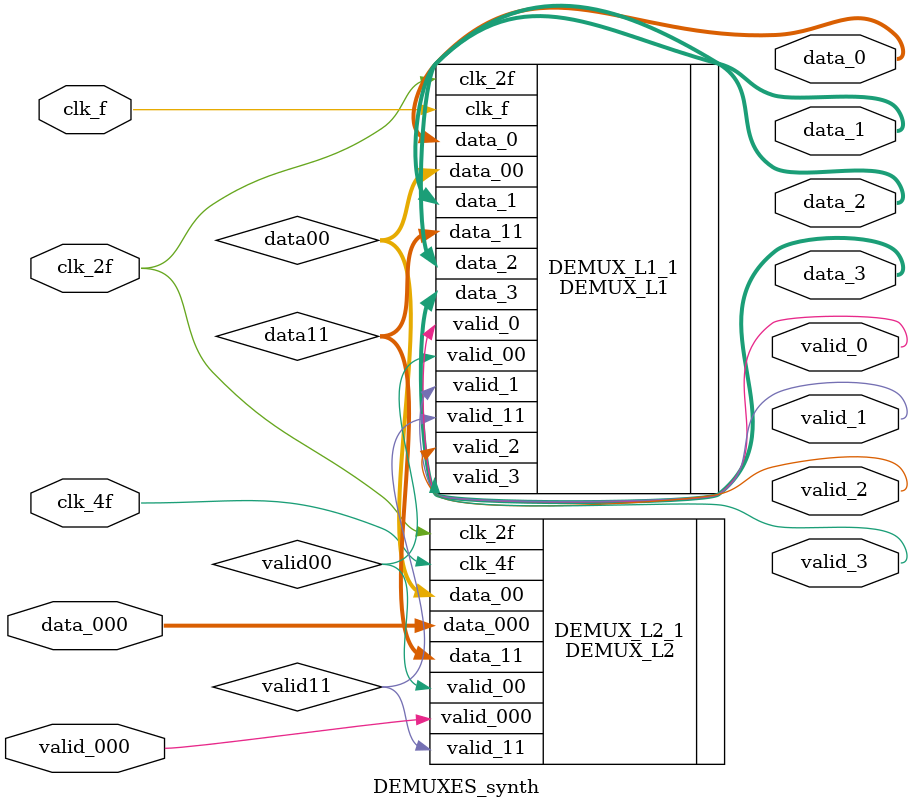
<source format=v>
/* Generated by Yosys 0.9 (git sha1 1979e0b) */

(* top =  1  *)
(* src = "DEMUXES.v:4" *)
module DEMUXES_synth(data_0, data_1, data_2, data_3, valid_0, valid_1, valid_2, valid_3, clk_f, clk_2f, clk_4f, data_000, valid_000);
  (* src = "DEMUXES.v:14" *)
  input clk_2f;
  (* src = "DEMUXES.v:15" *)
  input clk_4f;
  (* src = "DEMUXES.v:13" *)
  input clk_f;
  (* src = "DEMUXES.v:21" *)
  wire [7:0] data00;
  (* src = "DEMUXES.v:21" *)
  wire [7:0] data11;
  (* src = "DEMUXES.v:5" *)
  output [7:0] data_0;
  (* src = "DEMUXES.v:17" *)
  input [7:0] data_000;
  (* src = "DEMUXES.v:6" *)
  output [7:0] data_1;
  (* src = "DEMUXES.v:7" *)
  output [7:0] data_2;
  (* src = "DEMUXES.v:8" *)
  output [7:0] data_3;
  (* src = "DEMUXES.v:22" *)
  wire valid00;
  (* src = "DEMUXES.v:22" *)
  wire valid11;
  (* src = "DEMUXES.v:9" *)
  output valid_0;
  (* src = "DEMUXES.v:18" *)
  input valid_000;
  (* src = "DEMUXES.v:10" *)
  output valid_1;
  (* src = "DEMUXES.v:11" *)
  output valid_2;
  (* src = "DEMUXES.v:12" *)
  output valid_3;
  (* module_not_derived = 32'd1 *)
  (* src = "DEMUXES.v:38" *)
  DEMUX_L1 DEMUX_L1_1 (
    .clk_2f(clk_2f),
    .clk_f(clk_f),
    .data_0(data_0),
    .data_00(data00),
    .data_1(data_1),
    .data_11(data11),
    .data_2(data_2),
    .data_3(data_3),
    .valid_0(valid_0),
    .valid_00(valid00),
    .valid_1(valid_1),
    .valid_11(valid11),
    .valid_2(valid_2),
    .valid_3(valid_3)
  );
  (* module_not_derived = 32'd1 *)
  (* src = "DEMUXES.v:25" *)
  DEMUX_L2 DEMUX_L2_1 (
    .clk_2f(clk_2f),
    .clk_4f(clk_4f),
    .data_00(data00),
    .data_000(data_000),
    .data_11(data11),
    .valid_00(valid00),
    .valid_000(valid_000),
    .valid_11(valid11)
  );
endmodule

(* src = "DEMUX_L1.v:1" *)
module DEMUX1_L1_synth(data_00, data_11, valid_00, valid_11, clk_f, clk_2f, data_0, data_1, data_2, data_3, valid_0, valid_1, valid_2, valid_3);
  (* src = "DEMUX_L1.v:29" *)
  wire [7:0] _000_;
  (* src = "DEMUX_L1.v:52" *)
  wire [7:0] _001_;
  (* src = "DEMUX_L1.v:75" *)
  wire [7:0] _002_;
  (* src = "DEMUX_L1.v:75" *)
  wire [7:0] _003_;
  (* src = "DEMUX_L1.v:75" *)
  wire [7:0] _004_;
  (* src = "DEMUX_L1.v:75" *)
  wire [7:0] _005_;
  (* src = "DEMUX_L1.v:29" *)
  wire [7:0] _006_;
  (* src = "DEMUX_L1.v:52" *)
  wire [7:0] _007_;
  wire _008_;
  wire _009_;
  wire _010_;
  wire _011_;
  wire _012_;
  wire _013_;
  wire _014_;
  wire _015_;
  wire _016_;
  wire _017_;
  wire _018_;
  wire _019_;
  wire _020_;
  wire _021_;
  wire _022_;
  wire _023_;
  wire _024_;
  wire _025_;
  wire _026_;
  wire _027_;
  wire _028_;
  wire _029_;
  wire _030_;
  wire _031_;
  wire _032_;
  wire _033_;
  wire _034_;
  wire _035_;
  wire _036_;
  wire _037_;
  wire _038_;
  wire _039_;
  wire _040_;
  wire _041_;
  wire _042_;
  wire _043_;
  wire _044_;
  wire _045_;
  wire _046_;
  wire _047_;
  wire _048_;
  wire _049_;
  wire _050_;
  wire _051_;
  wire _052_;
  wire _053_;
  wire _054_;
  wire _055_;
  wire _056_;
  wire _057_;
  wire _058_;
  wire _059_;
  wire _060_;
  wire _061_;
  wire _062_;
  wire _063_;
  wire _064_;
  wire _065_;
  wire _066_;
  wire _067_;
  wire _068_;
  wire _069_;
  wire _070_;
  wire _071_;
  wire _072_;
  wire _073_;
  wire _074_;
  wire _075_;
  wire _076_;
  wire _077_;
  wire _078_;
  wire _079_;
  wire _080_;
  wire _081_;
  wire _082_;
  wire _083_;
  wire _084_;
  wire _085_;
  wire _086_;
  wire _087_;
  wire _088_;
  wire _089_;
  wire _090_;
  wire _091_;
  wire _092_;
  wire _093_;
  wire _094_;
  wire _095_;
  wire _096_;
  wire _097_;
  wire _098_;
  wire _099_;
  wire _100_;
  wire _101_;
  wire _102_;
  wire _103_;
  wire _104_;
  wire _105_;
  wire _106_;
  wire _107_;
  wire _108_;
  wire _109_;
  wire _110_;
  wire _111_;
  wire _112_;
  wire _113_;
  wire _114_;
  wire _115_;
  wire _116_;
  wire _117_;
  wire _118_;
  wire _119_;
  wire _120_;
  wire _121_;
  wire _122_;
  wire _123_;
  wire _124_;
  wire _125_;
  wire _126_;
  wire _127_;
  wire _128_;
  wire _129_;
  wire _130_;
  wire _131_;
  wire _132_;
  wire _133_;
  wire _134_;
  wire _135_;
  wire _136_;
  wire _137_;
  wire _138_;
  wire _139_;
  wire _140_;
  wire _141_;
  wire _142_;
  wire _143_;
  wire _144_;
  wire _145_;
  wire _146_;
  wire _147_;
  wire _148_;
  wire _149_;
  wire _150_;
  wire _151_;
  wire _152_;
  wire _153_;
  wire _154_;
  wire _155_;
  wire _156_;
  wire _157_;
  wire _158_;
  wire _159_;
  (* src = "DEMUX_L1.v:19" *)
  wire [7:0] c;
  (* src = "DEMUX_L1.v:7" *)
  input clk_2f;
  (* src = "DEMUX_L1.v:6" *)
  input clk_f;
  (* src = "DEMUX_L1.v:20" *)
  wire [7:0] d;
  (* src = "DEMUX_L1.v:8" *)
  output [7:0] data_0;
  (* src = "DEMUX_L1.v:2" *)
  input [7:0] data_00;
  (* src = "DEMUX_L1.v:9" *)
  output [7:0] data_1;
  (* src = "DEMUX_L1.v:3" *)
  input [7:0] data_11;
  (* src = "DEMUX_L1.v:10" *)
  output [7:0] data_2;
  (* src = "DEMUX_L1.v:11" *)
  output [7:0] data_3;
  (* src = "DEMUX_L1.v:21" *)
  wire [7:0] e;
  (* src = "DEMUX_L1.v:22" *)
  wire [7:0] f;
  (* src = "DEMUX_L1.v:12" *)
  output valid_0;
  (* src = "DEMUX_L1.v:4" *)
  input valid_00;
  (* src = "DEMUX_L1.v:13" *)
  output valid_1;
  (* src = "DEMUX_L1.v:5" *)
  input valid_11;
  (* src = "DEMUX_L1.v:14" *)
  output valid_2;
  (* src = "DEMUX_L1.v:15" *)
  output valid_3;
  (* src = "DEMUX_L1.v:24" *)
  wire validt_0;
  (* src = "DEMUX_L1.v:25" *)
  wire validt_1;
  (* src = "DEMUX_L1.v:26" *)
  wire validt_2;
  (* src = "DEMUX_L1.v:27" *)
  wire validt_3;
  NOT _160_ (
    .A(validt_1),
    .Y(_026_)
  );
  NOT _161_ (
    .A(validt_3),
    .Y(_027_)
  );
  NOT _162_ (
    .A(validt_2),
    .Y(_028_)
  );
  NOT _163_ (
    .A(validt_0),
    .Y(_029_)
  );
  NOT _164_ (
    .A(valid_00),
    .Y(_030_)
  );
  NOT _165_ (
    .A(valid_11),
    .Y(_031_)
  );
  NOT _166_ (
    .A(clk_2f),
    .Y(_008_)
  );
  NAND _167_ (
    .A(d[1]),
    .B(validt_1),
    .Y(_032_)
  );
  NAND _168_ (
    .A(data_1[1]),
    .B(_026_),
    .Y(_033_)
  );
  NAND _169_ (
    .A(_032_),
    .B(_033_),
    .Y(_003_[1])
  );
  NAND _170_ (
    .A(validt_1),
    .B(d[2]),
    .Y(_034_)
  );
  NAND _171_ (
    .A(_026_),
    .B(data_1[2]),
    .Y(_035_)
  );
  NAND _172_ (
    .A(_034_),
    .B(_035_),
    .Y(_003_[2])
  );
  NAND _173_ (
    .A(validt_1),
    .B(d[3]),
    .Y(_036_)
  );
  NAND _174_ (
    .A(_026_),
    .B(data_1[3]),
    .Y(_037_)
  );
  NAND _175_ (
    .A(_036_),
    .B(_037_),
    .Y(_003_[3])
  );
  NAND _176_ (
    .A(validt_1),
    .B(d[4]),
    .Y(_038_)
  );
  NAND _177_ (
    .A(_026_),
    .B(data_1[4]),
    .Y(_039_)
  );
  NAND _178_ (
    .A(_038_),
    .B(_039_),
    .Y(_003_[4])
  );
  NAND _179_ (
    .A(validt_1),
    .B(d[5]),
    .Y(_040_)
  );
  NAND _180_ (
    .A(_026_),
    .B(data_1[5]),
    .Y(_041_)
  );
  NAND _181_ (
    .A(_040_),
    .B(_041_),
    .Y(_003_[5])
  );
  NAND _182_ (
    .A(validt_1),
    .B(d[6]),
    .Y(_042_)
  );
  NAND _183_ (
    .A(_026_),
    .B(data_1[6]),
    .Y(_043_)
  );
  NAND _184_ (
    .A(_042_),
    .B(_043_),
    .Y(_003_[6])
  );
  NAND _185_ (
    .A(validt_1),
    .B(d[7]),
    .Y(_044_)
  );
  NAND _186_ (
    .A(_026_),
    .B(data_1[7]),
    .Y(_045_)
  );
  NAND _187_ (
    .A(_044_),
    .B(_045_),
    .Y(_003_[7])
  );
  NAND _188_ (
    .A(f[0]),
    .B(validt_3),
    .Y(_046_)
  );
  NAND _189_ (
    .A(data_3[0]),
    .B(_027_),
    .Y(_047_)
  );
  NAND _190_ (
    .A(_046_),
    .B(_047_),
    .Y(_005_[0])
  );
  NAND _191_ (
    .A(validt_3),
    .B(f[1]),
    .Y(_048_)
  );
  NAND _192_ (
    .A(_027_),
    .B(data_3[1]),
    .Y(_049_)
  );
  NAND _193_ (
    .A(_048_),
    .B(_049_),
    .Y(_005_[1])
  );
  NAND _194_ (
    .A(validt_3),
    .B(f[2]),
    .Y(_050_)
  );
  NAND _195_ (
    .A(_027_),
    .B(data_3[2]),
    .Y(_051_)
  );
  NAND _196_ (
    .A(_050_),
    .B(_051_),
    .Y(_005_[2])
  );
  NAND _197_ (
    .A(validt_3),
    .B(f[3]),
    .Y(_052_)
  );
  NAND _198_ (
    .A(_027_),
    .B(data_3[3]),
    .Y(_053_)
  );
  NAND _199_ (
    .A(_052_),
    .B(_053_),
    .Y(_005_[3])
  );
  NAND _200_ (
    .A(validt_3),
    .B(f[4]),
    .Y(_054_)
  );
  NAND _201_ (
    .A(_027_),
    .B(data_3[4]),
    .Y(_055_)
  );
  NAND _202_ (
    .A(_054_),
    .B(_055_),
    .Y(_005_[4])
  );
  NAND _203_ (
    .A(validt_3),
    .B(f[5]),
    .Y(_056_)
  );
  NAND _204_ (
    .A(_027_),
    .B(data_3[5]),
    .Y(_057_)
  );
  NAND _205_ (
    .A(_056_),
    .B(_057_),
    .Y(_005_[5])
  );
  NAND _206_ (
    .A(validt_3),
    .B(f[6]),
    .Y(_058_)
  );
  NAND _207_ (
    .A(_027_),
    .B(data_3[6]),
    .Y(_059_)
  );
  NAND _208_ (
    .A(_058_),
    .B(_059_),
    .Y(_005_[6])
  );
  NAND _209_ (
    .A(validt_3),
    .B(f[7]),
    .Y(_060_)
  );
  NAND _210_ (
    .A(_027_),
    .B(data_3[7]),
    .Y(_061_)
  );
  NAND _211_ (
    .A(_060_),
    .B(_061_),
    .Y(_005_[7])
  );
  NAND _212_ (
    .A(e[0]),
    .B(validt_2),
    .Y(_062_)
  );
  NAND _213_ (
    .A(data_2[0]),
    .B(_028_),
    .Y(_063_)
  );
  NAND _214_ (
    .A(_062_),
    .B(_063_),
    .Y(_004_[0])
  );
  NAND _215_ (
    .A(validt_2),
    .B(e[1]),
    .Y(_064_)
  );
  NAND _216_ (
    .A(_028_),
    .B(data_2[1]),
    .Y(_065_)
  );
  NAND _217_ (
    .A(_064_),
    .B(_065_),
    .Y(_004_[1])
  );
  NAND _218_ (
    .A(validt_2),
    .B(e[2]),
    .Y(_066_)
  );
  NAND _219_ (
    .A(_028_),
    .B(data_2[2]),
    .Y(_067_)
  );
  NAND _220_ (
    .A(_066_),
    .B(_067_),
    .Y(_004_[2])
  );
  NAND _221_ (
    .A(validt_2),
    .B(e[3]),
    .Y(_068_)
  );
  NAND _222_ (
    .A(_028_),
    .B(data_2[3]),
    .Y(_069_)
  );
  NAND _223_ (
    .A(_068_),
    .B(_069_),
    .Y(_004_[3])
  );
  NAND _224_ (
    .A(validt_2),
    .B(e[4]),
    .Y(_070_)
  );
  NAND _225_ (
    .A(_028_),
    .B(data_2[4]),
    .Y(_071_)
  );
  NAND _226_ (
    .A(_070_),
    .B(_071_),
    .Y(_004_[4])
  );
  NAND _227_ (
    .A(validt_2),
    .B(e[5]),
    .Y(_072_)
  );
  NAND _228_ (
    .A(_028_),
    .B(data_2[5]),
    .Y(_073_)
  );
  NAND _229_ (
    .A(_072_),
    .B(_073_),
    .Y(_004_[5])
  );
  NAND _230_ (
    .A(validt_2),
    .B(e[6]),
    .Y(_074_)
  );
  NAND _231_ (
    .A(_028_),
    .B(data_2[6]),
    .Y(_075_)
  );
  NAND _232_ (
    .A(_074_),
    .B(_075_),
    .Y(_004_[6])
  );
  NAND _233_ (
    .A(validt_2),
    .B(e[7]),
    .Y(_076_)
  );
  NAND _234_ (
    .A(_028_),
    .B(data_2[7]),
    .Y(_077_)
  );
  NAND _235_ (
    .A(_076_),
    .B(_077_),
    .Y(_004_[7])
  );
  NAND _236_ (
    .A(c[0]),
    .B(validt_0),
    .Y(_078_)
  );
  NAND _237_ (
    .A(data_0[0]),
    .B(_029_),
    .Y(_079_)
  );
  NAND _238_ (
    .A(_078_),
    .B(_079_),
    .Y(_002_[0])
  );
  NAND _239_ (
    .A(validt_0),
    .B(c[1]),
    .Y(_080_)
  );
  NAND _240_ (
    .A(_029_),
    .B(data_0[1]),
    .Y(_081_)
  );
  NAND _241_ (
    .A(_080_),
    .B(_081_),
    .Y(_002_[1])
  );
  NAND _242_ (
    .A(validt_0),
    .B(c[2]),
    .Y(_082_)
  );
  NAND _243_ (
    .A(_029_),
    .B(data_0[2]),
    .Y(_083_)
  );
  NAND _244_ (
    .A(_082_),
    .B(_083_),
    .Y(_002_[2])
  );
  NAND _245_ (
    .A(validt_0),
    .B(c[3]),
    .Y(_084_)
  );
  NAND _246_ (
    .A(_029_),
    .B(data_0[3]),
    .Y(_085_)
  );
  NAND _247_ (
    .A(_084_),
    .B(_085_),
    .Y(_002_[3])
  );
  NAND _248_ (
    .A(validt_0),
    .B(c[4]),
    .Y(_086_)
  );
  NAND _249_ (
    .A(_029_),
    .B(data_0[4]),
    .Y(_087_)
  );
  NAND _250_ (
    .A(_086_),
    .B(_087_),
    .Y(_002_[4])
  );
  NAND _251_ (
    .A(validt_0),
    .B(c[5]),
    .Y(_088_)
  );
  NAND _252_ (
    .A(_029_),
    .B(data_0[5]),
    .Y(_089_)
  );
  NAND _253_ (
    .A(_088_),
    .B(_089_),
    .Y(_002_[5])
  );
  NAND _254_ (
    .A(validt_0),
    .B(c[6]),
    .Y(_090_)
  );
  NAND _255_ (
    .A(_029_),
    .B(data_0[6]),
    .Y(_091_)
  );
  NAND _256_ (
    .A(_090_),
    .B(_091_),
    .Y(_002_[6])
  );
  NAND _257_ (
    .A(validt_0),
    .B(c[7]),
    .Y(_092_)
  );
  NAND _258_ (
    .A(_029_),
    .B(data_0[7]),
    .Y(_093_)
  );
  NAND _259_ (
    .A(_092_),
    .B(_093_),
    .Y(_002_[7])
  );
  NAND _260_ (
    .A(data_11[0]),
    .B(valid_00),
    .Y(_094_)
  );
  NAND _261_ (
    .A(f[0]),
    .B(_030_),
    .Y(_095_)
  );
  NAND _262_ (
    .A(_094_),
    .B(_095_),
    .Y(_007_[0])
  );
  NAND _263_ (
    .A(valid_00),
    .B(data_11[1]),
    .Y(_096_)
  );
  NAND _264_ (
    .A(f[1]),
    .B(_030_),
    .Y(_097_)
  );
  NAND _265_ (
    .A(_096_),
    .B(_097_),
    .Y(_007_[1])
  );
  NAND _266_ (
    .A(valid_00),
    .B(data_11[2]),
    .Y(_098_)
  );
  NAND _267_ (
    .A(f[2]),
    .B(_030_),
    .Y(_099_)
  );
  NAND _268_ (
    .A(_098_),
    .B(_099_),
    .Y(_007_[2])
  );
  NAND _269_ (
    .A(valid_00),
    .B(data_11[3]),
    .Y(_100_)
  );
  NAND _270_ (
    .A(f[3]),
    .B(_030_),
    .Y(_101_)
  );
  NAND _271_ (
    .A(_100_),
    .B(_101_),
    .Y(_007_[3])
  );
  NAND _272_ (
    .A(valid_00),
    .B(data_11[4]),
    .Y(_102_)
  );
  NAND _273_ (
    .A(f[4]),
    .B(_030_),
    .Y(_103_)
  );
  NAND _274_ (
    .A(_102_),
    .B(_103_),
    .Y(_007_[4])
  );
  NAND _275_ (
    .A(valid_00),
    .B(data_11[5]),
    .Y(_104_)
  );
  NAND _276_ (
    .A(f[5]),
    .B(_030_),
    .Y(_105_)
  );
  NAND _277_ (
    .A(_104_),
    .B(_105_),
    .Y(_007_[5])
  );
  NAND _278_ (
    .A(valid_00),
    .B(data_11[6]),
    .Y(_106_)
  );
  NAND _279_ (
    .A(f[6]),
    .B(_030_),
    .Y(_107_)
  );
  NAND _280_ (
    .A(_106_),
    .B(_107_),
    .Y(_007_[6])
  );
  NAND _281_ (
    .A(valid_00),
    .B(data_11[7]),
    .Y(_108_)
  );
  NAND _282_ (
    .A(f[7]),
    .B(_030_),
    .Y(_109_)
  );
  NAND _283_ (
    .A(_108_),
    .B(_109_),
    .Y(_007_[7])
  );
  NAND _284_ (
    .A(data_00[0]),
    .B(valid_11),
    .Y(_110_)
  );
  NAND _285_ (
    .A(d[0]),
    .B(_031_),
    .Y(_111_)
  );
  NAND _286_ (
    .A(_110_),
    .B(_111_),
    .Y(_001_[0])
  );
  NAND _287_ (
    .A(valid_11),
    .B(data_00[1]),
    .Y(_112_)
  );
  NAND _288_ (
    .A(d[1]),
    .B(_031_),
    .Y(_113_)
  );
  NAND _289_ (
    .A(_112_),
    .B(_113_),
    .Y(_001_[1])
  );
  NAND _290_ (
    .A(valid_11),
    .B(data_00[2]),
    .Y(_114_)
  );
  NAND _291_ (
    .A(d[2]),
    .B(_031_),
    .Y(_115_)
  );
  NAND _292_ (
    .A(_114_),
    .B(_115_),
    .Y(_001_[2])
  );
  NAND _293_ (
    .A(valid_11),
    .B(data_00[3]),
    .Y(_116_)
  );
  NAND _294_ (
    .A(d[3]),
    .B(_031_),
    .Y(_117_)
  );
  NAND _295_ (
    .A(_116_),
    .B(_117_),
    .Y(_001_[3])
  );
  NAND _296_ (
    .A(valid_11),
    .B(data_00[4]),
    .Y(_118_)
  );
  NAND _297_ (
    .A(d[4]),
    .B(_031_),
    .Y(_119_)
  );
  NAND _298_ (
    .A(_118_),
    .B(_119_),
    .Y(_001_[4])
  );
  NAND _299_ (
    .A(valid_11),
    .B(data_00[5]),
    .Y(_120_)
  );
  NAND _300_ (
    .A(d[5]),
    .B(_031_),
    .Y(_121_)
  );
  NAND _301_ (
    .A(_120_),
    .B(_121_),
    .Y(_001_[5])
  );
  NAND _302_ (
    .A(valid_11),
    .B(data_00[6]),
    .Y(_122_)
  );
  NAND _303_ (
    .A(d[6]),
    .B(_031_),
    .Y(_123_)
  );
  NAND _304_ (
    .A(_122_),
    .B(_123_),
    .Y(_001_[6])
  );
  NAND _305_ (
    .A(valid_11),
    .B(data_00[7]),
    .Y(_124_)
  );
  NAND _306_ (
    .A(d[7]),
    .B(_031_),
    .Y(_125_)
  );
  NAND _307_ (
    .A(_124_),
    .B(_125_),
    .Y(_001_[7])
  );
  NAND _308_ (
    .A(data_11[0]),
    .B(valid_11),
    .Y(_126_)
  );
  NAND _309_ (
    .A(e[0]),
    .B(_031_),
    .Y(_127_)
  );
  NAND _310_ (
    .A(_126_),
    .B(_127_),
    .Y(_006_[0])
  );
  NAND _311_ (
    .A(data_11[1]),
    .B(valid_11),
    .Y(_128_)
  );
  NAND _312_ (
    .A(e[1]),
    .B(_031_),
    .Y(_129_)
  );
  NAND _313_ (
    .A(_128_),
    .B(_129_),
    .Y(_006_[1])
  );
  NAND _314_ (
    .A(data_11[2]),
    .B(valid_11),
    .Y(_130_)
  );
  NAND _315_ (
    .A(e[2]),
    .B(_031_),
    .Y(_131_)
  );
  NAND _316_ (
    .A(_130_),
    .B(_131_),
    .Y(_006_[2])
  );
  NAND _317_ (
    .A(data_11[3]),
    .B(valid_11),
    .Y(_132_)
  );
  NAND _318_ (
    .A(e[3]),
    .B(_031_),
    .Y(_133_)
  );
  NAND _319_ (
    .A(_132_),
    .B(_133_),
    .Y(_006_[3])
  );
  NAND _320_ (
    .A(data_11[4]),
    .B(valid_11),
    .Y(_134_)
  );
  NAND _321_ (
    .A(e[4]),
    .B(_031_),
    .Y(_135_)
  );
  NAND _322_ (
    .A(_134_),
    .B(_135_),
    .Y(_006_[4])
  );
  NAND _323_ (
    .A(data_11[5]),
    .B(valid_11),
    .Y(_136_)
  );
  NAND _324_ (
    .A(e[5]),
    .B(_031_),
    .Y(_137_)
  );
  NAND _325_ (
    .A(_136_),
    .B(_137_),
    .Y(_006_[5])
  );
  NAND _326_ (
    .A(data_11[6]),
    .B(valid_11),
    .Y(_138_)
  );
  NAND _327_ (
    .A(e[6]),
    .B(_031_),
    .Y(_139_)
  );
  NAND _328_ (
    .A(_138_),
    .B(_139_),
    .Y(_006_[6])
  );
  NAND _329_ (
    .A(data_11[7]),
    .B(valid_11),
    .Y(_140_)
  );
  NAND _330_ (
    .A(e[7]),
    .B(_031_),
    .Y(_141_)
  );
  NAND _331_ (
    .A(_140_),
    .B(_141_),
    .Y(_006_[7])
  );
  NAND _332_ (
    .A(valid_00),
    .B(data_00[0]),
    .Y(_142_)
  );
  NAND _333_ (
    .A(c[0]),
    .B(_030_),
    .Y(_143_)
  );
  NAND _334_ (
    .A(_142_),
    .B(_143_),
    .Y(_000_[0])
  );
  NAND _335_ (
    .A(valid_00),
    .B(data_00[1]),
    .Y(_144_)
  );
  NAND _336_ (
    .A(c[1]),
    .B(_030_),
    .Y(_145_)
  );
  NAND _337_ (
    .A(_144_),
    .B(_145_),
    .Y(_000_[1])
  );
  NAND _338_ (
    .A(valid_00),
    .B(data_00[2]),
    .Y(_146_)
  );
  NAND _339_ (
    .A(c[2]),
    .B(_030_),
    .Y(_147_)
  );
  NAND _340_ (
    .A(_146_),
    .B(_147_),
    .Y(_000_[2])
  );
  NAND _341_ (
    .A(valid_00),
    .B(data_00[3]),
    .Y(_148_)
  );
  NAND _342_ (
    .A(c[3]),
    .B(_030_),
    .Y(_149_)
  );
  NAND _343_ (
    .A(_148_),
    .B(_149_),
    .Y(_000_[3])
  );
  NAND _344_ (
    .A(valid_00),
    .B(data_00[4]),
    .Y(_150_)
  );
  NAND _345_ (
    .A(c[4]),
    .B(_030_),
    .Y(_151_)
  );
  NAND _346_ (
    .A(_150_),
    .B(_151_),
    .Y(_000_[4])
  );
  NAND _347_ (
    .A(valid_00),
    .B(data_00[5]),
    .Y(_152_)
  );
  NAND _348_ (
    .A(c[5]),
    .B(_030_),
    .Y(_153_)
  );
  NAND _349_ (
    .A(_152_),
    .B(_153_),
    .Y(_000_[5])
  );
  NAND _350_ (
    .A(valid_00),
    .B(data_00[6]),
    .Y(_154_)
  );
  NAND _351_ (
    .A(c[6]),
    .B(_030_),
    .Y(_155_)
  );
  NAND _352_ (
    .A(_154_),
    .B(_155_),
    .Y(_000_[6])
  );
  NAND _353_ (
    .A(valid_00),
    .B(data_00[7]),
    .Y(_156_)
  );
  NAND _354_ (
    .A(c[7]),
    .B(_030_),
    .Y(_157_)
  );
  NAND _355_ (
    .A(_156_),
    .B(_157_),
    .Y(_000_[7])
  );
  NAND _356_ (
    .A(validt_1),
    .B(d[0]),
    .Y(_158_)
  );
  NAND _357_ (
    .A(_026_),
    .B(data_1[0]),
    .Y(_159_)
  );
  NAND _358_ (
    .A(_158_),
    .B(_159_),
    .Y(_003_[0])
  );
  NOT _359_ (
    .A(clk_2f),
    .Y(_009_)
  );
  NOT _360_ (
    .A(clk_2f),
    .Y(_010_)
  );
  NOT _361_ (
    .A(clk_2f),
    .Y(_011_)
  );
  NOT _362_ (
    .A(clk_2f),
    .Y(_012_)
  );
  NOT _363_ (
    .A(clk_2f),
    .Y(_013_)
  );
  NOT _364_ (
    .A(clk_2f),
    .Y(_014_)
  );
  NOT _365_ (
    .A(clk_2f),
    .Y(_015_)
  );
  NOT _366_ (
    .A(clk_2f),
    .Y(_016_)
  );
  NOT _367_ (
    .A(clk_2f),
    .Y(_017_)
  );
  NOT _368_ (
    .A(clk_2f),
    .Y(_018_)
  );
  NOT _369_ (
    .A(clk_2f),
    .Y(_019_)
  );
  NOT _370_ (
    .A(clk_2f),
    .Y(_020_)
  );
  NOT _371_ (
    .A(clk_2f),
    .Y(_021_)
  );
  NOT _372_ (
    .A(clk_2f),
    .Y(_022_)
  );
  NOT _373_ (
    .A(clk_2f),
    .Y(_023_)
  );
  NOT _374_ (
    .A(clk_2f),
    .Y(_024_)
  );
  NOT _375_ (
    .A(clk_2f),
    .Y(_025_)
  );
  (* src = "DEMUX_L1.v:75" *)
  DFF _376_ (
    .C(clk_f),
    .D(_002_[0]),
    .Q(data_0[0])
  );
  (* src = "DEMUX_L1.v:75" *)
  DFF _377_ (
    .C(clk_f),
    .D(_002_[1]),
    .Q(data_0[1])
  );
  (* src = "DEMUX_L1.v:75" *)
  DFF _378_ (
    .C(clk_f),
    .D(_002_[2]),
    .Q(data_0[2])
  );
  (* src = "DEMUX_L1.v:75" *)
  DFF _379_ (
    .C(clk_f),
    .D(_002_[3]),
    .Q(data_0[3])
  );
  (* src = "DEMUX_L1.v:75" *)
  DFF _380_ (
    .C(clk_f),
    .D(_002_[4]),
    .Q(data_0[4])
  );
  (* src = "DEMUX_L1.v:75" *)
  DFF _381_ (
    .C(clk_f),
    .D(_002_[5]),
    .Q(data_0[5])
  );
  (* src = "DEMUX_L1.v:75" *)
  DFF _382_ (
    .C(clk_f),
    .D(_002_[6]),
    .Q(data_0[6])
  );
  (* src = "DEMUX_L1.v:75" *)
  DFF _383_ (
    .C(clk_f),
    .D(_002_[7]),
    .Q(data_0[7])
  );
  (* src = "DEMUX_L1.v:75" *)
  DFF _384_ (
    .C(clk_f),
    .D(_003_[0]),
    .Q(data_1[0])
  );
  (* src = "DEMUX_L1.v:75" *)
  DFF _385_ (
    .C(clk_f),
    .D(_003_[1]),
    .Q(data_1[1])
  );
  (* src = "DEMUX_L1.v:75" *)
  DFF _386_ (
    .C(clk_f),
    .D(_003_[2]),
    .Q(data_1[2])
  );
  (* src = "DEMUX_L1.v:75" *)
  DFF _387_ (
    .C(clk_f),
    .D(_003_[3]),
    .Q(data_1[3])
  );
  (* src = "DEMUX_L1.v:75" *)
  DFF _388_ (
    .C(clk_f),
    .D(_003_[4]),
    .Q(data_1[4])
  );
  (* src = "DEMUX_L1.v:75" *)
  DFF _389_ (
    .C(clk_f),
    .D(_003_[5]),
    .Q(data_1[5])
  );
  (* src = "DEMUX_L1.v:75" *)
  DFF _390_ (
    .C(clk_f),
    .D(_003_[6]),
    .Q(data_1[6])
  );
  (* src = "DEMUX_L1.v:75" *)
  DFF _391_ (
    .C(clk_f),
    .D(_003_[7]),
    .Q(data_1[7])
  );
  (* src = "DEMUX_L1.v:75" *)
  DFF _392_ (
    .C(clk_f),
    .D(_004_[0]),
    .Q(data_2[0])
  );
  (* src = "DEMUX_L1.v:75" *)
  DFF _393_ (
    .C(clk_f),
    .D(_004_[1]),
    .Q(data_2[1])
  );
  (* src = "DEMUX_L1.v:75" *)
  DFF _394_ (
    .C(clk_f),
    .D(_004_[2]),
    .Q(data_2[2])
  );
  (* src = "DEMUX_L1.v:75" *)
  DFF _395_ (
    .C(clk_f),
    .D(_004_[3]),
    .Q(data_2[3])
  );
  (* src = "DEMUX_L1.v:75" *)
  DFF _396_ (
    .C(clk_f),
    .D(_004_[4]),
    .Q(data_2[4])
  );
  (* src = "DEMUX_L1.v:75" *)
  DFF _397_ (
    .C(clk_f),
    .D(_004_[5]),
    .Q(data_2[5])
  );
  (* src = "DEMUX_L1.v:75" *)
  DFF _398_ (
    .C(clk_f),
    .D(_004_[6]),
    .Q(data_2[6])
  );
  (* src = "DEMUX_L1.v:75" *)
  DFF _399_ (
    .C(clk_f),
    .D(_004_[7]),
    .Q(data_2[7])
  );
  (* src = "DEMUX_L1.v:75" *)
  DFF _400_ (
    .C(clk_f),
    .D(_005_[0]),
    .Q(data_3[0])
  );
  (* src = "DEMUX_L1.v:75" *)
  DFF _401_ (
    .C(clk_f),
    .D(_005_[1]),
    .Q(data_3[1])
  );
  (* src = "DEMUX_L1.v:75" *)
  DFF _402_ (
    .C(clk_f),
    .D(_005_[2]),
    .Q(data_3[2])
  );
  (* src = "DEMUX_L1.v:75" *)
  DFF _403_ (
    .C(clk_f),
    .D(_005_[3]),
    .Q(data_3[3])
  );
  (* src = "DEMUX_L1.v:75" *)
  DFF _404_ (
    .C(clk_f),
    .D(_005_[4]),
    .Q(data_3[4])
  );
  (* src = "DEMUX_L1.v:75" *)
  DFF _405_ (
    .C(clk_f),
    .D(_005_[5]),
    .Q(data_3[5])
  );
  (* src = "DEMUX_L1.v:75" *)
  DFF _406_ (
    .C(clk_f),
    .D(_005_[6]),
    .Q(data_3[6])
  );
  (* src = "DEMUX_L1.v:75" *)
  DFF _407_ (
    .C(clk_f),
    .D(_005_[7]),
    .Q(data_3[7])
  );
  (* src = "DEMUX_L1.v:75" *)
  DFF _408_ (
    .C(clk_f),
    .D(validt_0),
    .Q(valid_0)
  );
  (* src = "DEMUX_L1.v:75" *)
  DFF _409_ (
    .C(clk_f),
    .D(validt_1),
    .Q(valid_1)
  );
  (* src = "DEMUX_L1.v:75" *)
  DFF _410_ (
    .C(clk_f),
    .D(validt_2),
    .Q(valid_2)
  );
  (* src = "DEMUX_L1.v:75" *)
  DFF _411_ (
    .C(clk_f),
    .D(validt_3),
    .Q(valid_3)
  );
  (* src = "DEMUX_L1.v:52" *)
  DFF _412_ (
    .C(_008_),
    .D(_001_[0]),
    .Q(d[0])
  );
  (* src = "DEMUX_L1.v:52" *)
  DFF _413_ (
    .C(_009_),
    .D(_001_[1]),
    .Q(d[1])
  );
  (* src = "DEMUX_L1.v:52" *)
  DFF _414_ (
    .C(_010_),
    .D(_001_[2]),
    .Q(d[2])
  );
  (* src = "DEMUX_L1.v:52" *)
  DFF _415_ (
    .C(_011_),
    .D(_001_[3]),
    .Q(d[3])
  );
  (* src = "DEMUX_L1.v:52" *)
  DFF _416_ (
    .C(_012_),
    .D(_001_[4]),
    .Q(d[4])
  );
  (* src = "DEMUX_L1.v:52" *)
  DFF _417_ (
    .C(_013_),
    .D(_001_[5]),
    .Q(d[5])
  );
  (* src = "DEMUX_L1.v:52" *)
  DFF _418_ (
    .C(_014_),
    .D(_001_[6]),
    .Q(d[6])
  );
  (* src = "DEMUX_L1.v:52" *)
  DFF _419_ (
    .C(_015_),
    .D(_001_[7]),
    .Q(d[7])
  );
  (* src = "DEMUX_L1.v:52" *)
  DFF _420_ (
    .C(_016_),
    .D(_007_[0]),
    .Q(f[0])
  );
  (* src = "DEMUX_L1.v:52" *)
  DFF _421_ (
    .C(_017_),
    .D(_007_[1]),
    .Q(f[1])
  );
  (* src = "DEMUX_L1.v:52" *)
  DFF _422_ (
    .C(_018_),
    .D(_007_[2]),
    .Q(f[2])
  );
  (* src = "DEMUX_L1.v:52" *)
  DFF _423_ (
    .C(_019_),
    .D(_007_[3]),
    .Q(f[3])
  );
  (* src = "DEMUX_L1.v:52" *)
  DFF _424_ (
    .C(_020_),
    .D(_007_[4]),
    .Q(f[4])
  );
  (* src = "DEMUX_L1.v:52" *)
  DFF _425_ (
    .C(_021_),
    .D(_007_[5]),
    .Q(f[5])
  );
  (* src = "DEMUX_L1.v:52" *)
  DFF _426_ (
    .C(_022_),
    .D(_007_[6]),
    .Q(f[6])
  );
  (* src = "DEMUX_L1.v:52" *)
  DFF _427_ (
    .C(_023_),
    .D(_007_[7]),
    .Q(f[7])
  );
  (* src = "DEMUX_L1.v:52" *)
  DFF _428_ (
    .C(_024_),
    .D(valid_11),
    .Q(validt_1)
  );
  (* src = "DEMUX_L1.v:52" *)
  DFF _429_ (
    .C(_025_),
    .D(valid_00),
    .Q(validt_3)
  );
  (* src = "DEMUX_L1.v:29" *)
  DFF _430_ (
    .C(clk_2f),
    .D(_000_[0]),
    .Q(c[0])
  );
  (* src = "DEMUX_L1.v:29" *)
  DFF _431_ (
    .C(clk_2f),
    .D(_000_[1]),
    .Q(c[1])
  );
  (* src = "DEMUX_L1.v:29" *)
  DFF _432_ (
    .C(clk_2f),
    .D(_000_[2]),
    .Q(c[2])
  );
  (* src = "DEMUX_L1.v:29" *)
  DFF _433_ (
    .C(clk_2f),
    .D(_000_[3]),
    .Q(c[3])
  );
  (* src = "DEMUX_L1.v:29" *)
  DFF _434_ (
    .C(clk_2f),
    .D(_000_[4]),
    .Q(c[4])
  );
  (* src = "DEMUX_L1.v:29" *)
  DFF _435_ (
    .C(clk_2f),
    .D(_000_[5]),
    .Q(c[5])
  );
  (* src = "DEMUX_L1.v:29" *)
  DFF _436_ (
    .C(clk_2f),
    .D(_000_[6]),
    .Q(c[6])
  );
  (* src = "DEMUX_L1.v:29" *)
  DFF _437_ (
    .C(clk_2f),
    .D(_000_[7]),
    .Q(c[7])
  );
  (* src = "DEMUX_L1.v:29" *)
  DFF _438_ (
    .C(clk_2f),
    .D(_006_[0]),
    .Q(e[0])
  );
  (* src = "DEMUX_L1.v:29" *)
  DFF _439_ (
    .C(clk_2f),
    .D(_006_[1]),
    .Q(e[1])
  );
  (* src = "DEMUX_L1.v:29" *)
  DFF _440_ (
    .C(clk_2f),
    .D(_006_[2]),
    .Q(e[2])
  );
  (* src = "DEMUX_L1.v:29" *)
  DFF _441_ (
    .C(clk_2f),
    .D(_006_[3]),
    .Q(e[3])
  );
  (* src = "DEMUX_L1.v:29" *)
  DFF _442_ (
    .C(clk_2f),
    .D(_006_[4]),
    .Q(e[4])
  );
  (* src = "DEMUX_L1.v:29" *)
  DFF _443_ (
    .C(clk_2f),
    .D(_006_[5]),
    .Q(e[5])
  );
  (* src = "DEMUX_L1.v:29" *)
  DFF _444_ (
    .C(clk_2f),
    .D(_006_[6]),
    .Q(e[6])
  );
  (* src = "DEMUX_L1.v:29" *)
  DFF _445_ (
    .C(clk_2f),
    .D(_006_[7]),
    .Q(e[7])
  );
  (* src = "DEMUX_L1.v:29" *)
  DFF _446_ (
    .C(clk_2f),
    .D(valid_00),
    .Q(validt_0)
  );
  (* src = "DEMUX_L1.v:29" *)
  DFF _447_ (
    .C(clk_2f),
    .D(valid_11),
    .Q(validt_2)
  );
endmodule

(* src = "DEMUX_L2.v:1" *)
module DEMUX_L2_synth(data_000, valid_000, clk_4f, clk_2f, data_00, data_11, valid_00, valid_11);
  (* src = "DEMUX_L2.v:20" *)
  wire [7:0] _000_;
  (* src = "DEMUX_L2.v:33" *)
  wire [7:0] _001_;
  (* src = "DEMUX_L2.v:45" *)
  wire [7:0] _002_;
  (* src = "DEMUX_L2.v:59" *)
  wire [7:0] _003_;
  wire _004_;
  wire _005_;
  wire _006_;
  wire _007_;
  wire _008_;
  wire _009_;
  wire _010_;
  wire _011_;
  wire _012_;
  wire _013_;
  wire _014_;
  wire _015_;
  wire _016_;
  wire _017_;
  wire _018_;
  wire _019_;
  wire _020_;
  wire _021_;
  wire _022_;
  wire _023_;
  wire _024_;
  wire _025_;
  wire _026_;
  wire _027_;
  wire _028_;
  wire _029_;
  wire _030_;
  wire _031_;
  wire _032_;
  wire _033_;
  wire _034_;
  wire _035_;
  wire _036_;
  wire _037_;
  wire _038_;
  wire _039_;
  wire _040_;
  wire _041_;
  wire _042_;
  wire _043_;
  wire _044_;
  wire _045_;
  wire _046_;
  wire _047_;
  wire _048_;
  wire _049_;
  wire _050_;
  wire _051_;
  wire _052_;
  wire _053_;
  wire _054_;
  wire _055_;
  wire _056_;
  wire _057_;
  wire _058_;
  wire _059_;
  wire _060_;
  wire _061_;
  wire _062_;
  wire _063_;
  wire _064_;
  wire _065_;
  wire _066_;
  wire _067_;
  wire _068_;
  wire _069_;
  wire _070_;
  wire _071_;
  (* src = "DEMUX_L2.v:13" *)
  wire [7:0] a;
  (* src = "DEMUX_L2.v:14" *)
  wire [7:0] b;
  (* src = "DEMUX_L2.v:6" *)
  input clk_2f;
  (* src = "DEMUX_L2.v:5" *)
  input clk_4f;
  (* src = "DEMUX_L2.v:7" *)
  output [7:0] data_00;
  (* src = "DEMUX_L2.v:2" *)
  input [7:0] data_000;
  (* src = "DEMUX_L2.v:8" *)
  output [7:0] data_11;
  (* src = "DEMUX_L2.v:9" *)
  output valid_00;
  (* src = "DEMUX_L2.v:3" *)
  input valid_000;
  (* src = "DEMUX_L2.v:10" *)
  output valid_11;
  (* src = "DEMUX_L2.v:15" *)
  wire validt_00;
  (* src = "DEMUX_L2.v:16" *)
  wire validt_11;
  NOT _072_ (
    .A(validt_11),
    .Y(_062_)
  );
  NOT _073_ (
    .A(validt_00),
    .Y(_063_)
  );
  NOT _074_ (
    .A(valid_000),
    .Y(_064_)
  );
  NOT _075_ (
    .A(clk_4f),
    .Y(_004_)
  );
  NAND _076_ (
    .A(b[1]),
    .B(validt_11),
    .Y(_065_)
  );
  NAND _077_ (
    .A(data_11[1]),
    .B(_062_),
    .Y(_066_)
  );
  NAND _078_ (
    .A(_065_),
    .B(_066_),
    .Y(_003_[1])
  );
  NAND _079_ (
    .A(validt_11),
    .B(b[2]),
    .Y(_067_)
  );
  NAND _080_ (
    .A(_062_),
    .B(data_11[2]),
    .Y(_068_)
  );
  NAND _081_ (
    .A(_067_),
    .B(_068_),
    .Y(_003_[2])
  );
  NAND _082_ (
    .A(validt_11),
    .B(b[3]),
    .Y(_069_)
  );
  NAND _083_ (
    .A(_062_),
    .B(data_11[3]),
    .Y(_070_)
  );
  NAND _084_ (
    .A(_069_),
    .B(_070_),
    .Y(_003_[3])
  );
  NAND _085_ (
    .A(validt_11),
    .B(b[4]),
    .Y(_071_)
  );
  NAND _086_ (
    .A(_062_),
    .B(data_11[4]),
    .Y(_013_)
  );
  NAND _087_ (
    .A(_071_),
    .B(_013_),
    .Y(_003_[4])
  );
  NAND _088_ (
    .A(validt_11),
    .B(b[5]),
    .Y(_014_)
  );
  NAND _089_ (
    .A(_062_),
    .B(data_11[5]),
    .Y(_015_)
  );
  NAND _090_ (
    .A(_014_),
    .B(_015_),
    .Y(_003_[5])
  );
  NAND _091_ (
    .A(validt_11),
    .B(b[6]),
    .Y(_016_)
  );
  NAND _092_ (
    .A(_062_),
    .B(data_11[6]),
    .Y(_017_)
  );
  NAND _093_ (
    .A(_016_),
    .B(_017_),
    .Y(_003_[6])
  );
  NAND _094_ (
    .A(validt_11),
    .B(b[7]),
    .Y(_018_)
  );
  NAND _095_ (
    .A(_062_),
    .B(data_11[7]),
    .Y(_019_)
  );
  NAND _096_ (
    .A(_018_),
    .B(_019_),
    .Y(_003_[7])
  );
  NAND _097_ (
    .A(a[0]),
    .B(validt_00),
    .Y(_020_)
  );
  NAND _098_ (
    .A(data_00[0]),
    .B(_063_),
    .Y(_021_)
  );
  NAND _099_ (
    .A(_020_),
    .B(_021_),
    .Y(_002_[0])
  );
  NAND _100_ (
    .A(validt_00),
    .B(a[1]),
    .Y(_022_)
  );
  NAND _101_ (
    .A(_063_),
    .B(data_00[1]),
    .Y(_023_)
  );
  NAND _102_ (
    .A(_022_),
    .B(_023_),
    .Y(_002_[1])
  );
  NAND _103_ (
    .A(validt_00),
    .B(a[2]),
    .Y(_024_)
  );
  NAND _104_ (
    .A(_063_),
    .B(data_00[2]),
    .Y(_025_)
  );
  NAND _105_ (
    .A(_024_),
    .B(_025_),
    .Y(_002_[2])
  );
  NAND _106_ (
    .A(validt_00),
    .B(a[3]),
    .Y(_026_)
  );
  NAND _107_ (
    .A(_063_),
    .B(data_00[3]),
    .Y(_027_)
  );
  NAND _108_ (
    .A(_026_),
    .B(_027_),
    .Y(_002_[3])
  );
  NAND _109_ (
    .A(validt_00),
    .B(a[4]),
    .Y(_028_)
  );
  NAND _110_ (
    .A(_063_),
    .B(data_00[4]),
    .Y(_029_)
  );
  NAND _111_ (
    .A(_028_),
    .B(_029_),
    .Y(_002_[4])
  );
  NAND _112_ (
    .A(validt_00),
    .B(a[5]),
    .Y(_030_)
  );
  NAND _113_ (
    .A(_063_),
    .B(data_00[5]),
    .Y(_031_)
  );
  NAND _114_ (
    .A(_030_),
    .B(_031_),
    .Y(_002_[5])
  );
  NAND _115_ (
    .A(validt_00),
    .B(a[6]),
    .Y(_032_)
  );
  NAND _116_ (
    .A(_063_),
    .B(data_00[6]),
    .Y(_033_)
  );
  NAND _117_ (
    .A(_032_),
    .B(_033_),
    .Y(_002_[6])
  );
  NAND _118_ (
    .A(validt_00),
    .B(a[7]),
    .Y(_034_)
  );
  NAND _119_ (
    .A(_063_),
    .B(data_00[7]),
    .Y(_035_)
  );
  NAND _120_ (
    .A(_034_),
    .B(_035_),
    .Y(_002_[7])
  );
  NAND _121_ (
    .A(b[0]),
    .B(_064_),
    .Y(_036_)
  );
  NAND _122_ (
    .A(data_000[0]),
    .B(valid_000),
    .Y(_037_)
  );
  NAND _123_ (
    .A(_036_),
    .B(_037_),
    .Y(_001_[0])
  );
  NAND _124_ (
    .A(b[1]),
    .B(_064_),
    .Y(_038_)
  );
  NAND _125_ (
    .A(valid_000),
    .B(data_000[1]),
    .Y(_039_)
  );
  NAND _126_ (
    .A(_038_),
    .B(_039_),
    .Y(_001_[1])
  );
  NAND _127_ (
    .A(b[2]),
    .B(_064_),
    .Y(_040_)
  );
  NAND _128_ (
    .A(valid_000),
    .B(data_000[2]),
    .Y(_041_)
  );
  NAND _129_ (
    .A(_040_),
    .B(_041_),
    .Y(_001_[2])
  );
  NAND _130_ (
    .A(b[3]),
    .B(_064_),
    .Y(_042_)
  );
  NAND _131_ (
    .A(valid_000),
    .B(data_000[3]),
    .Y(_043_)
  );
  NAND _132_ (
    .A(_042_),
    .B(_043_),
    .Y(_001_[3])
  );
  NAND _133_ (
    .A(b[4]),
    .B(_064_),
    .Y(_044_)
  );
  NAND _134_ (
    .A(valid_000),
    .B(data_000[4]),
    .Y(_045_)
  );
  NAND _135_ (
    .A(_044_),
    .B(_045_),
    .Y(_001_[4])
  );
  NAND _136_ (
    .A(b[5]),
    .B(_064_),
    .Y(_046_)
  );
  NAND _137_ (
    .A(valid_000),
    .B(data_000[5]),
    .Y(_047_)
  );
  NAND _138_ (
    .A(_046_),
    .B(_047_),
    .Y(_001_[5])
  );
  NAND _139_ (
    .A(b[6]),
    .B(_064_),
    .Y(_048_)
  );
  NAND _140_ (
    .A(valid_000),
    .B(data_000[6]),
    .Y(_049_)
  );
  NAND _141_ (
    .A(_048_),
    .B(_049_),
    .Y(_001_[6])
  );
  NAND _142_ (
    .A(b[7]),
    .B(_064_),
    .Y(_050_)
  );
  NAND _143_ (
    .A(valid_000),
    .B(data_000[7]),
    .Y(_051_)
  );
  NAND _144_ (
    .A(_050_),
    .B(_051_),
    .Y(_001_[7])
  );
  NAND _145_ (
    .A(a[0]),
    .B(_064_),
    .Y(_052_)
  );
  NAND _146_ (
    .A(_037_),
    .B(_052_),
    .Y(_000_[0])
  );
  NAND _147_ (
    .A(a[1]),
    .B(_064_),
    .Y(_053_)
  );
  NAND _148_ (
    .A(_039_),
    .B(_053_),
    .Y(_000_[1])
  );
  NAND _149_ (
    .A(a[2]),
    .B(_064_),
    .Y(_054_)
  );
  NAND _150_ (
    .A(_041_),
    .B(_054_),
    .Y(_000_[2])
  );
  NAND _151_ (
    .A(a[3]),
    .B(_064_),
    .Y(_055_)
  );
  NAND _152_ (
    .A(_043_),
    .B(_055_),
    .Y(_000_[3])
  );
  NAND _153_ (
    .A(a[4]),
    .B(_064_),
    .Y(_056_)
  );
  NAND _154_ (
    .A(_045_),
    .B(_056_),
    .Y(_000_[4])
  );
  NAND _155_ (
    .A(a[5]),
    .B(_064_),
    .Y(_057_)
  );
  NAND _156_ (
    .A(_047_),
    .B(_057_),
    .Y(_000_[5])
  );
  NAND _157_ (
    .A(a[6]),
    .B(_064_),
    .Y(_058_)
  );
  NAND _158_ (
    .A(_049_),
    .B(_058_),
    .Y(_000_[6])
  );
  NAND _159_ (
    .A(a[7]),
    .B(_064_),
    .Y(_059_)
  );
  NAND _160_ (
    .A(_051_),
    .B(_059_),
    .Y(_000_[7])
  );
  NAND _161_ (
    .A(validt_11),
    .B(b[0]),
    .Y(_060_)
  );
  NAND _162_ (
    .A(_062_),
    .B(data_11[0]),
    .Y(_061_)
  );
  NAND _163_ (
    .A(_060_),
    .B(_061_),
    .Y(_003_[0])
  );
  NOT _164_ (
    .A(clk_4f),
    .Y(_005_)
  );
  NOT _165_ (
    .A(clk_4f),
    .Y(_006_)
  );
  NOT _166_ (
    .A(clk_4f),
    .Y(_007_)
  );
  NOT _167_ (
    .A(clk_4f),
    .Y(_008_)
  );
  NOT _168_ (
    .A(clk_4f),
    .Y(_009_)
  );
  NOT _169_ (
    .A(clk_4f),
    .Y(_010_)
  );
  NOT _170_ (
    .A(clk_4f),
    .Y(_011_)
  );
  NOT _171_ (
    .A(clk_4f),
    .Y(_012_)
  );
  (* src = "DEMUX_L2.v:59" *)
  DFF _172_ (
    .C(clk_2f),
    .D(_003_[0]),
    .Q(data_11[0])
  );
  (* src = "DEMUX_L2.v:59" *)
  DFF _173_ (
    .C(clk_2f),
    .D(_003_[1]),
    .Q(data_11[1])
  );
  (* src = "DEMUX_L2.v:59" *)
  DFF _174_ (
    .C(clk_2f),
    .D(_003_[2]),
    .Q(data_11[2])
  );
  (* src = "DEMUX_L2.v:59" *)
  DFF _175_ (
    .C(clk_2f),
    .D(_003_[3]),
    .Q(data_11[3])
  );
  (* src = "DEMUX_L2.v:59" *)
  DFF _176_ (
    .C(clk_2f),
    .D(_003_[4]),
    .Q(data_11[4])
  );
  (* src = "DEMUX_L2.v:59" *)
  DFF _177_ (
    .C(clk_2f),
    .D(_003_[5]),
    .Q(data_11[5])
  );
  (* src = "DEMUX_L2.v:59" *)
  DFF _178_ (
    .C(clk_2f),
    .D(_003_[6]),
    .Q(data_11[6])
  );
  (* src = "DEMUX_L2.v:59" *)
  DFF _179_ (
    .C(clk_2f),
    .D(_003_[7]),
    .Q(data_11[7])
  );
  (* src = "DEMUX_L2.v:20" *)
  DFF _180_ (
    .C(clk_4f),
    .D(_000_[0]),
    .Q(a[0])
  );
  (* src = "DEMUX_L2.v:20" *)
  DFF _181_ (
    .C(clk_4f),
    .D(_000_[1]),
    .Q(a[1])
  );
  (* src = "DEMUX_L2.v:20" *)
  DFF _182_ (
    .C(clk_4f),
    .D(_000_[2]),
    .Q(a[2])
  );
  (* src = "DEMUX_L2.v:20" *)
  DFF _183_ (
    .C(clk_4f),
    .D(_000_[3]),
    .Q(a[3])
  );
  (* src = "DEMUX_L2.v:20" *)
  DFF _184_ (
    .C(clk_4f),
    .D(_000_[4]),
    .Q(a[4])
  );
  (* src = "DEMUX_L2.v:20" *)
  DFF _185_ (
    .C(clk_4f),
    .D(_000_[5]),
    .Q(a[5])
  );
  (* src = "DEMUX_L2.v:20" *)
  DFF _186_ (
    .C(clk_4f),
    .D(_000_[6]),
    .Q(a[6])
  );
  (* src = "DEMUX_L2.v:20" *)
  DFF _187_ (
    .C(clk_4f),
    .D(_000_[7]),
    .Q(a[7])
  );
  (* src = "DEMUX_L2.v:59" *)
  DFF _188_ (
    .C(clk_2f),
    .D(validt_11),
    .Q(valid_11)
  );
  (* src = "DEMUX_L2.v:45" *)
  DFF _189_ (
    .C(clk_2f),
    .D(_002_[0]),
    .Q(data_00[0])
  );
  (* src = "DEMUX_L2.v:45" *)
  DFF _190_ (
    .C(clk_2f),
    .D(_002_[1]),
    .Q(data_00[1])
  );
  (* src = "DEMUX_L2.v:45" *)
  DFF _191_ (
    .C(clk_2f),
    .D(_002_[2]),
    .Q(data_00[2])
  );
  (* src = "DEMUX_L2.v:45" *)
  DFF _192_ (
    .C(clk_2f),
    .D(_002_[3]),
    .Q(data_00[3])
  );
  (* src = "DEMUX_L2.v:45" *)
  DFF _193_ (
    .C(clk_2f),
    .D(_002_[4]),
    .Q(data_00[4])
  );
  (* src = "DEMUX_L2.v:45" *)
  DFF _194_ (
    .C(clk_2f),
    .D(_002_[5]),
    .Q(data_00[5])
  );
  (* src = "DEMUX_L2.v:45" *)
  DFF _195_ (
    .C(clk_2f),
    .D(_002_[6]),
    .Q(data_00[6])
  );
  (* src = "DEMUX_L2.v:45" *)
  DFF _196_ (
    .C(clk_2f),
    .D(_002_[7]),
    .Q(data_00[7])
  );
  (* src = "DEMUX_L2.v:45" *)
  DFF _197_ (
    .C(clk_2f),
    .D(validt_00),
    .Q(valid_00)
  );
  (* src = "DEMUX_L2.v:33" *)
  DFF _198_ (
    .C(_004_),
    .D(_001_[0]),
    .Q(b[0])
  );
  (* src = "DEMUX_L2.v:33" *)
  DFF _199_ (
    .C(_005_),
    .D(_001_[1]),
    .Q(b[1])
  );
  (* src = "DEMUX_L2.v:33" *)
  DFF _200_ (
    .C(_006_),
    .D(_001_[2]),
    .Q(b[2])
  );
  (* src = "DEMUX_L2.v:33" *)
  DFF _201_ (
    .C(_007_),
    .D(_001_[3]),
    .Q(b[3])
  );
  (* src = "DEMUX_L2.v:33" *)
  DFF _202_ (
    .C(_008_),
    .D(_001_[4]),
    .Q(b[4])
  );
  (* src = "DEMUX_L2.v:33" *)
  DFF _203_ (
    .C(_009_),
    .D(_001_[5]),
    .Q(b[5])
  );
  (* src = "DEMUX_L2.v:33" *)
  DFF _204_ (
    .C(_010_),
    .D(_001_[6]),
    .Q(b[6])
  );
  (* src = "DEMUX_L2.v:33" *)
  DFF _205_ (
    .C(_011_),
    .D(_001_[7]),
    .Q(b[7])
  );
  (* src = "DEMUX_L2.v:33" *)
  DFF _206_ (
    .C(_012_),
    .D(valid_000),
    .Q(validt_11)
  );
  (* src = "DEMUX_L2.v:20" *)
  DFF _207_ (
    .C(clk_4f),
    .D(valid_000),
    .Q(validt_00)
  );
endmodule

</source>
